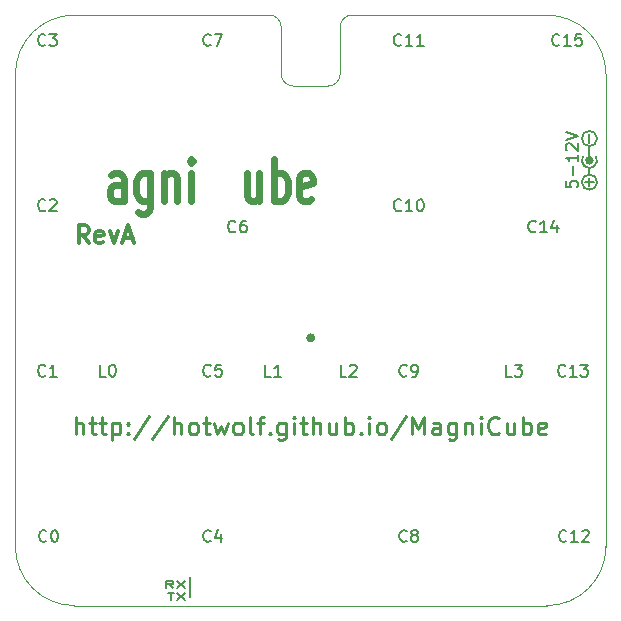
<source format=gto>
G04 (created by PCBNEW (2013-07-07 BZR 4022)-stable) date 5/17/2016 5:11:25 PM*
%MOIN*%
G04 Gerber Fmt 3.4, Leading zero omitted, Abs format*
%FSLAX34Y34*%
G01*
G70*
G90*
G04 APERTURE LIST*
%ADD10C,0.00393701*%
%ADD11C,0.00787402*%
%ADD12C,0.00590551*%
%ADD13C,0.00984252*%
%ADD14C,0.011811*%
%ADD15C,0.0246063*%
G04 APERTURE END LIST*
G54D10*
G54D11*
X65376Y-32484D02*
X65358Y-32502D01*
X65301Y-32521D01*
X65264Y-32521D01*
X65208Y-32502D01*
X65170Y-32465D01*
X65151Y-32427D01*
X65133Y-32352D01*
X65133Y-32296D01*
X65151Y-32221D01*
X65170Y-32184D01*
X65208Y-32146D01*
X65264Y-32127D01*
X65301Y-32127D01*
X65358Y-32146D01*
X65376Y-32165D01*
X65751Y-32521D02*
X65526Y-32521D01*
X65639Y-32521D02*
X65639Y-32127D01*
X65601Y-32184D01*
X65564Y-32221D01*
X65526Y-32240D01*
X66107Y-32127D02*
X65920Y-32127D01*
X65901Y-32315D01*
X65920Y-32296D01*
X65958Y-32277D01*
X66051Y-32277D01*
X66089Y-32296D01*
X66107Y-32315D01*
X66126Y-32352D01*
X66126Y-32446D01*
X66107Y-32484D01*
X66089Y-32502D01*
X66051Y-32521D01*
X65958Y-32521D01*
X65920Y-32502D01*
X65901Y-32484D01*
X60101Y-32484D02*
X60082Y-32502D01*
X60026Y-32521D01*
X59988Y-32521D01*
X59932Y-32502D01*
X59895Y-32465D01*
X59876Y-32427D01*
X59857Y-32352D01*
X59857Y-32296D01*
X59876Y-32221D01*
X59895Y-32184D01*
X59932Y-32146D01*
X59988Y-32127D01*
X60026Y-32127D01*
X60082Y-32146D01*
X60101Y-32165D01*
X60476Y-32521D02*
X60251Y-32521D01*
X60363Y-32521D02*
X60363Y-32127D01*
X60326Y-32184D01*
X60288Y-32221D01*
X60251Y-32240D01*
X60851Y-32521D02*
X60626Y-32521D01*
X60738Y-32521D02*
X60738Y-32127D01*
X60701Y-32184D01*
X60663Y-32221D01*
X60626Y-32240D01*
X60101Y-37995D02*
X60082Y-38014D01*
X60026Y-38033D01*
X59988Y-38033D01*
X59932Y-38014D01*
X59895Y-37977D01*
X59876Y-37939D01*
X59857Y-37864D01*
X59857Y-37808D01*
X59876Y-37733D01*
X59895Y-37695D01*
X59932Y-37658D01*
X59988Y-37639D01*
X60026Y-37639D01*
X60082Y-37658D01*
X60101Y-37677D01*
X60476Y-38033D02*
X60251Y-38033D01*
X60363Y-38033D02*
X60363Y-37639D01*
X60326Y-37695D01*
X60288Y-37733D01*
X60251Y-37752D01*
X60719Y-37639D02*
X60757Y-37639D01*
X60794Y-37658D01*
X60813Y-37677D01*
X60832Y-37714D01*
X60851Y-37789D01*
X60851Y-37883D01*
X60832Y-37958D01*
X60813Y-37995D01*
X60794Y-38014D01*
X60757Y-38033D01*
X60719Y-38033D01*
X60682Y-38014D01*
X60663Y-37995D01*
X60644Y-37958D01*
X60626Y-37883D01*
X60626Y-37789D01*
X60644Y-37714D01*
X60663Y-37677D01*
X60682Y-37658D01*
X60719Y-37639D01*
X54580Y-38704D02*
X54561Y-38723D01*
X54505Y-38742D01*
X54467Y-38742D01*
X54411Y-38723D01*
X54373Y-38685D01*
X54355Y-38648D01*
X54336Y-38573D01*
X54336Y-38517D01*
X54355Y-38442D01*
X54373Y-38404D01*
X54411Y-38367D01*
X54467Y-38348D01*
X54505Y-38348D01*
X54561Y-38367D01*
X54580Y-38385D01*
X54917Y-38348D02*
X54842Y-38348D01*
X54805Y-38367D01*
X54786Y-38385D01*
X54748Y-38442D01*
X54730Y-38517D01*
X54730Y-38667D01*
X54748Y-38704D01*
X54767Y-38723D01*
X54805Y-38742D01*
X54880Y-38742D01*
X54917Y-38723D01*
X54936Y-38704D01*
X54955Y-38667D01*
X54955Y-38573D01*
X54936Y-38535D01*
X54917Y-38517D01*
X54880Y-38498D01*
X54805Y-38498D01*
X54767Y-38517D01*
X54748Y-38535D01*
X54730Y-38573D01*
X64589Y-38704D02*
X64570Y-38723D01*
X64514Y-38742D01*
X64476Y-38742D01*
X64420Y-38723D01*
X64383Y-38685D01*
X64364Y-38648D01*
X64345Y-38573D01*
X64345Y-38517D01*
X64364Y-38442D01*
X64383Y-38404D01*
X64420Y-38367D01*
X64476Y-38348D01*
X64514Y-38348D01*
X64570Y-38367D01*
X64589Y-38385D01*
X64964Y-38742D02*
X64739Y-38742D01*
X64851Y-38742D02*
X64851Y-38348D01*
X64814Y-38404D01*
X64776Y-38442D01*
X64739Y-38460D01*
X65301Y-38479D02*
X65301Y-38742D01*
X65208Y-38329D02*
X65114Y-38610D01*
X65358Y-38610D01*
X65613Y-49019D02*
X65594Y-49038D01*
X65538Y-49056D01*
X65500Y-49056D01*
X65444Y-49038D01*
X65406Y-49000D01*
X65388Y-48963D01*
X65369Y-48888D01*
X65369Y-48832D01*
X65388Y-48757D01*
X65406Y-48719D01*
X65444Y-48682D01*
X65500Y-48663D01*
X65538Y-48663D01*
X65594Y-48682D01*
X65613Y-48700D01*
X65988Y-49056D02*
X65763Y-49056D01*
X65875Y-49056D02*
X65875Y-48663D01*
X65838Y-48719D01*
X65800Y-48757D01*
X65763Y-48775D01*
X66137Y-48700D02*
X66156Y-48682D01*
X66194Y-48663D01*
X66287Y-48663D01*
X66325Y-48682D01*
X66344Y-48700D01*
X66362Y-48738D01*
X66362Y-48775D01*
X66344Y-48832D01*
X66119Y-49056D01*
X66362Y-49056D01*
X60288Y-49019D02*
X60269Y-49038D01*
X60213Y-49056D01*
X60176Y-49056D01*
X60119Y-49038D01*
X60082Y-49000D01*
X60063Y-48963D01*
X60044Y-48888D01*
X60044Y-48832D01*
X60063Y-48757D01*
X60082Y-48719D01*
X60119Y-48682D01*
X60176Y-48663D01*
X60213Y-48663D01*
X60269Y-48682D01*
X60288Y-48700D01*
X60513Y-48832D02*
X60476Y-48813D01*
X60457Y-48794D01*
X60438Y-48757D01*
X60438Y-48738D01*
X60457Y-48700D01*
X60476Y-48682D01*
X60513Y-48663D01*
X60588Y-48663D01*
X60626Y-48682D01*
X60644Y-48700D01*
X60663Y-48738D01*
X60663Y-48757D01*
X60644Y-48794D01*
X60626Y-48813D01*
X60588Y-48832D01*
X60513Y-48832D01*
X60476Y-48850D01*
X60457Y-48869D01*
X60438Y-48907D01*
X60438Y-48982D01*
X60457Y-49019D01*
X60476Y-49038D01*
X60513Y-49056D01*
X60588Y-49056D01*
X60626Y-49038D01*
X60644Y-49019D01*
X60663Y-48982D01*
X60663Y-48907D01*
X60644Y-48869D01*
X60626Y-48850D01*
X60588Y-48832D01*
X58280Y-43545D02*
X58093Y-43545D01*
X58093Y-43151D01*
X58393Y-43188D02*
X58412Y-43170D01*
X58449Y-43151D01*
X58543Y-43151D01*
X58580Y-43170D01*
X58599Y-43188D01*
X58618Y-43226D01*
X58618Y-43263D01*
X58599Y-43320D01*
X58374Y-43545D01*
X58618Y-43545D01*
X60288Y-43507D02*
X60269Y-43526D01*
X60213Y-43545D01*
X60176Y-43545D01*
X60119Y-43526D01*
X60082Y-43488D01*
X60063Y-43451D01*
X60044Y-43376D01*
X60044Y-43320D01*
X60063Y-43245D01*
X60082Y-43207D01*
X60119Y-43170D01*
X60176Y-43151D01*
X60213Y-43151D01*
X60269Y-43170D01*
X60288Y-43188D01*
X60476Y-43545D02*
X60551Y-43545D01*
X60588Y-43526D01*
X60607Y-43507D01*
X60644Y-43451D01*
X60663Y-43376D01*
X60663Y-43226D01*
X60644Y-43188D01*
X60626Y-43170D01*
X60588Y-43151D01*
X60513Y-43151D01*
X60476Y-43170D01*
X60457Y-43188D01*
X60438Y-43226D01*
X60438Y-43320D01*
X60457Y-43357D01*
X60476Y-43376D01*
X60513Y-43395D01*
X60588Y-43395D01*
X60626Y-43376D01*
X60644Y-43357D01*
X60663Y-43320D01*
X63792Y-43545D02*
X63605Y-43545D01*
X63605Y-43151D01*
X63886Y-43151D02*
X64130Y-43151D01*
X63998Y-43301D01*
X64055Y-43301D01*
X64092Y-43320D01*
X64111Y-43338D01*
X64130Y-43376D01*
X64130Y-43470D01*
X64111Y-43507D01*
X64092Y-43526D01*
X64055Y-43545D01*
X63942Y-43545D01*
X63905Y-43526D01*
X63886Y-43507D01*
X65573Y-43507D02*
X65554Y-43526D01*
X65498Y-43545D01*
X65461Y-43545D01*
X65404Y-43526D01*
X65367Y-43488D01*
X65348Y-43451D01*
X65329Y-43376D01*
X65329Y-43320D01*
X65348Y-43245D01*
X65367Y-43207D01*
X65404Y-43170D01*
X65461Y-43151D01*
X65498Y-43151D01*
X65554Y-43170D01*
X65573Y-43188D01*
X65948Y-43545D02*
X65723Y-43545D01*
X65836Y-43545D02*
X65836Y-43151D01*
X65798Y-43207D01*
X65761Y-43245D01*
X65723Y-43263D01*
X66079Y-43151D02*
X66323Y-43151D01*
X66192Y-43301D01*
X66248Y-43301D01*
X66286Y-43320D01*
X66304Y-43338D01*
X66323Y-43376D01*
X66323Y-43470D01*
X66304Y-43507D01*
X66286Y-43526D01*
X66248Y-43545D01*
X66136Y-43545D01*
X66098Y-43526D01*
X66079Y-43507D01*
X53753Y-49019D02*
X53734Y-49038D01*
X53678Y-49056D01*
X53640Y-49056D01*
X53584Y-49038D01*
X53547Y-49000D01*
X53528Y-48963D01*
X53509Y-48888D01*
X53509Y-48832D01*
X53528Y-48757D01*
X53547Y-48719D01*
X53584Y-48682D01*
X53640Y-48663D01*
X53678Y-48663D01*
X53734Y-48682D01*
X53753Y-48700D01*
X54090Y-48794D02*
X54090Y-49056D01*
X53997Y-48644D02*
X53903Y-48925D01*
X54146Y-48925D01*
X55761Y-43545D02*
X55573Y-43545D01*
X55573Y-43151D01*
X56098Y-43545D02*
X55873Y-43545D01*
X55986Y-43545D02*
X55986Y-43151D01*
X55948Y-43207D01*
X55911Y-43245D01*
X55873Y-43263D01*
X53753Y-43507D02*
X53734Y-43526D01*
X53678Y-43545D01*
X53640Y-43545D01*
X53584Y-43526D01*
X53547Y-43488D01*
X53528Y-43451D01*
X53509Y-43376D01*
X53509Y-43320D01*
X53528Y-43245D01*
X53547Y-43207D01*
X53584Y-43170D01*
X53640Y-43151D01*
X53678Y-43151D01*
X53734Y-43170D01*
X53753Y-43188D01*
X54109Y-43151D02*
X53922Y-43151D01*
X53903Y-43338D01*
X53922Y-43320D01*
X53959Y-43301D01*
X54053Y-43301D01*
X54090Y-43320D01*
X54109Y-43338D01*
X54128Y-43376D01*
X54128Y-43470D01*
X54109Y-43507D01*
X54090Y-43526D01*
X54053Y-43545D01*
X53959Y-43545D01*
X53922Y-43526D01*
X53903Y-43507D01*
X53753Y-32484D02*
X53734Y-32502D01*
X53678Y-32521D01*
X53640Y-32521D01*
X53584Y-32502D01*
X53547Y-32465D01*
X53528Y-32427D01*
X53509Y-32352D01*
X53509Y-32296D01*
X53528Y-32221D01*
X53547Y-32184D01*
X53584Y-32146D01*
X53640Y-32127D01*
X53678Y-32127D01*
X53734Y-32146D01*
X53753Y-32165D01*
X53884Y-32127D02*
X54146Y-32127D01*
X53978Y-32521D01*
X48280Y-49019D02*
X48262Y-49038D01*
X48205Y-49056D01*
X48168Y-49056D01*
X48112Y-49038D01*
X48074Y-49000D01*
X48055Y-48963D01*
X48037Y-48888D01*
X48037Y-48832D01*
X48055Y-48757D01*
X48074Y-48719D01*
X48112Y-48682D01*
X48168Y-48663D01*
X48205Y-48663D01*
X48262Y-48682D01*
X48280Y-48700D01*
X48524Y-48663D02*
X48562Y-48663D01*
X48599Y-48682D01*
X48618Y-48700D01*
X48637Y-48738D01*
X48655Y-48813D01*
X48655Y-48907D01*
X48637Y-48982D01*
X48618Y-49019D01*
X48599Y-49038D01*
X48562Y-49056D01*
X48524Y-49056D01*
X48487Y-49038D01*
X48468Y-49019D01*
X48449Y-48982D01*
X48430Y-48907D01*
X48430Y-48813D01*
X48449Y-48738D01*
X48468Y-48700D01*
X48487Y-48682D01*
X48524Y-48663D01*
X50249Y-43545D02*
X50061Y-43545D01*
X50061Y-43151D01*
X50455Y-43151D02*
X50493Y-43151D01*
X50530Y-43170D01*
X50549Y-43188D01*
X50568Y-43226D01*
X50586Y-43301D01*
X50586Y-43395D01*
X50568Y-43470D01*
X50549Y-43507D01*
X50530Y-43526D01*
X50493Y-43545D01*
X50455Y-43545D01*
X50418Y-43526D01*
X50399Y-43507D01*
X50380Y-43470D01*
X50361Y-43395D01*
X50361Y-43301D01*
X50380Y-43226D01*
X50399Y-43188D01*
X50418Y-43170D01*
X50455Y-43151D01*
X48241Y-43507D02*
X48222Y-43526D01*
X48166Y-43545D01*
X48128Y-43545D01*
X48072Y-43526D01*
X48035Y-43488D01*
X48016Y-43451D01*
X47997Y-43376D01*
X47997Y-43320D01*
X48016Y-43245D01*
X48035Y-43207D01*
X48072Y-43170D01*
X48128Y-43151D01*
X48166Y-43151D01*
X48222Y-43170D01*
X48241Y-43188D01*
X48616Y-43545D02*
X48391Y-43545D01*
X48503Y-43545D02*
X48503Y-43151D01*
X48466Y-43207D01*
X48428Y-43245D01*
X48391Y-43263D01*
X48241Y-37995D02*
X48222Y-38014D01*
X48166Y-38033D01*
X48128Y-38033D01*
X48072Y-38014D01*
X48035Y-37977D01*
X48016Y-37939D01*
X47997Y-37864D01*
X47997Y-37808D01*
X48016Y-37733D01*
X48035Y-37695D01*
X48072Y-37658D01*
X48128Y-37639D01*
X48166Y-37639D01*
X48222Y-37658D01*
X48241Y-37677D01*
X48391Y-37677D02*
X48410Y-37658D01*
X48447Y-37639D01*
X48541Y-37639D01*
X48578Y-37658D01*
X48597Y-37677D01*
X48616Y-37714D01*
X48616Y-37752D01*
X48597Y-37808D01*
X48372Y-38033D01*
X48616Y-38033D01*
X48241Y-32484D02*
X48222Y-32502D01*
X48166Y-32521D01*
X48128Y-32521D01*
X48072Y-32502D01*
X48035Y-32465D01*
X48016Y-32427D01*
X47997Y-32352D01*
X47997Y-32296D01*
X48016Y-32221D01*
X48035Y-32184D01*
X48072Y-32146D01*
X48128Y-32127D01*
X48166Y-32127D01*
X48222Y-32146D01*
X48241Y-32165D01*
X48372Y-32127D02*
X48616Y-32127D01*
X48485Y-32277D01*
X48541Y-32277D01*
X48578Y-32296D01*
X48597Y-32315D01*
X48616Y-32352D01*
X48616Y-32446D01*
X48597Y-32484D01*
X48578Y-32502D01*
X48541Y-32521D01*
X48428Y-32521D01*
X48391Y-32502D01*
X48372Y-32484D01*
G54D12*
X52315Y-50745D02*
X52540Y-50745D01*
X52427Y-50981D02*
X52427Y-50745D01*
X52634Y-50745D02*
X52896Y-50981D01*
X52896Y-50745D02*
X52634Y-50981D01*
X52502Y-50587D02*
X52371Y-50475D01*
X52277Y-50587D02*
X52277Y-50351D01*
X52427Y-50351D01*
X52465Y-50362D01*
X52484Y-50374D01*
X52502Y-50396D01*
X52502Y-50430D01*
X52484Y-50452D01*
X52465Y-50464D01*
X52427Y-50475D01*
X52277Y-50475D01*
X52634Y-50351D02*
X52896Y-50587D01*
X52896Y-50351D02*
X52634Y-50587D01*
G54D13*
X49254Y-45475D02*
X49254Y-44884D01*
X49507Y-45475D02*
X49507Y-45165D01*
X49479Y-45109D01*
X49423Y-45081D01*
X49339Y-45081D01*
X49282Y-45109D01*
X49254Y-45137D01*
X49704Y-45081D02*
X49929Y-45081D01*
X49789Y-44884D02*
X49789Y-45390D01*
X49817Y-45447D01*
X49873Y-45475D01*
X49929Y-45475D01*
X50042Y-45081D02*
X50267Y-45081D01*
X50126Y-44884D02*
X50126Y-45390D01*
X50154Y-45447D01*
X50210Y-45475D01*
X50267Y-45475D01*
X50464Y-45081D02*
X50464Y-45672D01*
X50464Y-45109D02*
X50520Y-45081D01*
X50632Y-45081D01*
X50688Y-45109D01*
X50717Y-45137D01*
X50745Y-45194D01*
X50745Y-45362D01*
X50717Y-45419D01*
X50688Y-45447D01*
X50632Y-45475D01*
X50520Y-45475D01*
X50464Y-45447D01*
X50998Y-45419D02*
X51026Y-45447D01*
X50998Y-45475D01*
X50970Y-45447D01*
X50998Y-45419D01*
X50998Y-45475D01*
X50998Y-45109D02*
X51026Y-45137D01*
X50998Y-45165D01*
X50970Y-45137D01*
X50998Y-45109D01*
X50998Y-45165D01*
X51701Y-44856D02*
X51195Y-45615D01*
X52320Y-44856D02*
X51813Y-45615D01*
X52516Y-45475D02*
X52516Y-44884D01*
X52769Y-45475D02*
X52769Y-45165D01*
X52741Y-45109D01*
X52685Y-45081D01*
X52601Y-45081D01*
X52544Y-45109D01*
X52516Y-45137D01*
X53135Y-45475D02*
X53079Y-45447D01*
X53051Y-45419D01*
X53023Y-45362D01*
X53023Y-45194D01*
X53051Y-45137D01*
X53079Y-45109D01*
X53135Y-45081D01*
X53219Y-45081D01*
X53276Y-45109D01*
X53304Y-45137D01*
X53332Y-45194D01*
X53332Y-45362D01*
X53304Y-45419D01*
X53276Y-45447D01*
X53219Y-45475D01*
X53135Y-45475D01*
X53501Y-45081D02*
X53726Y-45081D01*
X53585Y-44884D02*
X53585Y-45390D01*
X53613Y-45447D01*
X53669Y-45475D01*
X53726Y-45475D01*
X53866Y-45081D02*
X53979Y-45475D01*
X54091Y-45194D01*
X54204Y-45475D01*
X54316Y-45081D01*
X54625Y-45475D02*
X54569Y-45447D01*
X54541Y-45419D01*
X54513Y-45362D01*
X54513Y-45194D01*
X54541Y-45137D01*
X54569Y-45109D01*
X54625Y-45081D01*
X54710Y-45081D01*
X54766Y-45109D01*
X54794Y-45137D01*
X54822Y-45194D01*
X54822Y-45362D01*
X54794Y-45419D01*
X54766Y-45447D01*
X54710Y-45475D01*
X54625Y-45475D01*
X55160Y-45475D02*
X55104Y-45447D01*
X55075Y-45390D01*
X55075Y-44884D01*
X55300Y-45081D02*
X55525Y-45081D01*
X55385Y-45475D02*
X55385Y-44969D01*
X55413Y-44912D01*
X55469Y-44884D01*
X55525Y-44884D01*
X55722Y-45419D02*
X55750Y-45447D01*
X55722Y-45475D01*
X55694Y-45447D01*
X55722Y-45419D01*
X55722Y-45475D01*
X56257Y-45081D02*
X56257Y-45559D01*
X56228Y-45615D01*
X56200Y-45643D01*
X56144Y-45672D01*
X56060Y-45672D01*
X56003Y-45643D01*
X56257Y-45447D02*
X56200Y-45475D01*
X56088Y-45475D01*
X56032Y-45447D01*
X56003Y-45419D01*
X55975Y-45362D01*
X55975Y-45194D01*
X56003Y-45137D01*
X56032Y-45109D01*
X56088Y-45081D01*
X56200Y-45081D01*
X56257Y-45109D01*
X56538Y-45475D02*
X56538Y-45081D01*
X56538Y-44884D02*
X56510Y-44912D01*
X56538Y-44940D01*
X56566Y-44912D01*
X56538Y-44884D01*
X56538Y-44940D01*
X56735Y-45081D02*
X56960Y-45081D01*
X56819Y-44884D02*
X56819Y-45390D01*
X56847Y-45447D01*
X56903Y-45475D01*
X56960Y-45475D01*
X57156Y-45475D02*
X57156Y-44884D01*
X57410Y-45475D02*
X57410Y-45165D01*
X57381Y-45109D01*
X57325Y-45081D01*
X57241Y-45081D01*
X57185Y-45109D01*
X57156Y-45137D01*
X57944Y-45081D02*
X57944Y-45475D01*
X57691Y-45081D02*
X57691Y-45390D01*
X57719Y-45447D01*
X57775Y-45475D01*
X57859Y-45475D01*
X57916Y-45447D01*
X57944Y-45419D01*
X58225Y-45475D02*
X58225Y-44884D01*
X58225Y-45109D02*
X58281Y-45081D01*
X58394Y-45081D01*
X58450Y-45109D01*
X58478Y-45137D01*
X58506Y-45194D01*
X58506Y-45362D01*
X58478Y-45419D01*
X58450Y-45447D01*
X58394Y-45475D01*
X58281Y-45475D01*
X58225Y-45447D01*
X58759Y-45419D02*
X58787Y-45447D01*
X58759Y-45475D01*
X58731Y-45447D01*
X58759Y-45419D01*
X58759Y-45475D01*
X59041Y-45475D02*
X59041Y-45081D01*
X59041Y-44884D02*
X59012Y-44912D01*
X59041Y-44940D01*
X59069Y-44912D01*
X59041Y-44884D01*
X59041Y-44940D01*
X59406Y-45475D02*
X59350Y-45447D01*
X59322Y-45419D01*
X59294Y-45362D01*
X59294Y-45194D01*
X59322Y-45137D01*
X59350Y-45109D01*
X59406Y-45081D01*
X59491Y-45081D01*
X59547Y-45109D01*
X59575Y-45137D01*
X59603Y-45194D01*
X59603Y-45362D01*
X59575Y-45419D01*
X59547Y-45447D01*
X59491Y-45475D01*
X59406Y-45475D01*
X60278Y-44856D02*
X59772Y-45615D01*
X60475Y-45475D02*
X60475Y-44884D01*
X60672Y-45306D01*
X60868Y-44884D01*
X60868Y-45475D01*
X61403Y-45475D02*
X61403Y-45165D01*
X61375Y-45109D01*
X61318Y-45081D01*
X61206Y-45081D01*
X61150Y-45109D01*
X61403Y-45447D02*
X61347Y-45475D01*
X61206Y-45475D01*
X61150Y-45447D01*
X61122Y-45390D01*
X61122Y-45334D01*
X61150Y-45278D01*
X61206Y-45250D01*
X61347Y-45250D01*
X61403Y-45222D01*
X61937Y-45081D02*
X61937Y-45559D01*
X61909Y-45615D01*
X61881Y-45643D01*
X61825Y-45672D01*
X61740Y-45672D01*
X61684Y-45643D01*
X61937Y-45447D02*
X61881Y-45475D01*
X61768Y-45475D01*
X61712Y-45447D01*
X61684Y-45419D01*
X61656Y-45362D01*
X61656Y-45194D01*
X61684Y-45137D01*
X61712Y-45109D01*
X61768Y-45081D01*
X61881Y-45081D01*
X61937Y-45109D01*
X62218Y-45081D02*
X62218Y-45475D01*
X62218Y-45137D02*
X62246Y-45109D01*
X62303Y-45081D01*
X62387Y-45081D01*
X62443Y-45109D01*
X62471Y-45165D01*
X62471Y-45475D01*
X62753Y-45475D02*
X62753Y-45081D01*
X62753Y-44884D02*
X62724Y-44912D01*
X62753Y-44940D01*
X62781Y-44912D01*
X62753Y-44884D01*
X62753Y-44940D01*
X63371Y-45419D02*
X63343Y-45447D01*
X63259Y-45475D01*
X63203Y-45475D01*
X63118Y-45447D01*
X63062Y-45390D01*
X63034Y-45334D01*
X63006Y-45222D01*
X63006Y-45137D01*
X63034Y-45025D01*
X63062Y-44969D01*
X63118Y-44912D01*
X63203Y-44884D01*
X63259Y-44884D01*
X63343Y-44912D01*
X63371Y-44940D01*
X63877Y-45081D02*
X63877Y-45475D01*
X63624Y-45081D02*
X63624Y-45390D01*
X63652Y-45447D01*
X63709Y-45475D01*
X63793Y-45475D01*
X63849Y-45447D01*
X63877Y-45419D01*
X64159Y-45475D02*
X64159Y-44884D01*
X64159Y-45109D02*
X64215Y-45081D01*
X64327Y-45081D01*
X64384Y-45109D01*
X64412Y-45137D01*
X64440Y-45194D01*
X64440Y-45362D01*
X64412Y-45419D01*
X64384Y-45447D01*
X64327Y-45475D01*
X64215Y-45475D01*
X64159Y-45447D01*
X64918Y-45447D02*
X64862Y-45475D01*
X64749Y-45475D01*
X64693Y-45447D01*
X64665Y-45390D01*
X64665Y-45165D01*
X64693Y-45109D01*
X64749Y-45081D01*
X64862Y-45081D01*
X64918Y-45109D01*
X64946Y-45165D01*
X64946Y-45222D01*
X64665Y-45278D01*
G54D14*
X49687Y-39097D02*
X49491Y-38816D01*
X49350Y-39097D02*
X49350Y-38506D01*
X49575Y-38506D01*
X49631Y-38534D01*
X49659Y-38562D01*
X49687Y-38619D01*
X49687Y-38703D01*
X49659Y-38759D01*
X49631Y-38787D01*
X49575Y-38816D01*
X49350Y-38816D01*
X50165Y-39069D02*
X50109Y-39097D01*
X49997Y-39097D01*
X49940Y-39069D01*
X49912Y-39012D01*
X49912Y-38787D01*
X49940Y-38731D01*
X49997Y-38703D01*
X50109Y-38703D01*
X50165Y-38731D01*
X50194Y-38787D01*
X50194Y-38844D01*
X49912Y-38900D01*
X50390Y-38703D02*
X50531Y-39097D01*
X50672Y-38703D01*
X50868Y-38928D02*
X51150Y-38928D01*
X50812Y-39097D02*
X51009Y-38506D01*
X51206Y-39097D01*
G54D12*
X65592Y-37032D02*
X65592Y-37219D01*
X65779Y-37238D01*
X65761Y-37219D01*
X65742Y-37182D01*
X65742Y-37088D01*
X65761Y-37050D01*
X65779Y-37032D01*
X65817Y-37013D01*
X65911Y-37013D01*
X65948Y-37032D01*
X65967Y-37050D01*
X65986Y-37088D01*
X65986Y-37182D01*
X65967Y-37219D01*
X65948Y-37238D01*
X65836Y-36844D02*
X65836Y-36544D01*
X65986Y-36151D02*
X65986Y-36376D01*
X65986Y-36263D02*
X65592Y-36263D01*
X65648Y-36301D01*
X65686Y-36338D01*
X65704Y-36376D01*
X65629Y-36001D02*
X65611Y-35982D01*
X65592Y-35944D01*
X65592Y-35851D01*
X65611Y-35813D01*
X65629Y-35794D01*
X65667Y-35776D01*
X65704Y-35776D01*
X65761Y-35794D01*
X65986Y-36019D01*
X65986Y-35776D01*
X65592Y-35663D02*
X65986Y-35532D01*
X65592Y-35401D01*
G54D15*
X55380Y-36765D02*
X55380Y-37683D01*
X54958Y-36765D02*
X54958Y-37486D01*
X55005Y-37618D01*
X55099Y-37683D01*
X55239Y-37683D01*
X55333Y-37618D01*
X55380Y-37552D01*
X55849Y-37683D02*
X55849Y-36305D01*
X55849Y-36830D02*
X55943Y-36765D01*
X56130Y-36765D01*
X56224Y-36830D01*
X56271Y-36896D01*
X56317Y-37027D01*
X56317Y-37421D01*
X56271Y-37552D01*
X56224Y-37618D01*
X56130Y-37683D01*
X55943Y-37683D01*
X55849Y-37618D01*
X57114Y-37618D02*
X57020Y-37683D01*
X56833Y-37683D01*
X56739Y-37618D01*
X56692Y-37486D01*
X56692Y-36961D01*
X56739Y-36830D01*
X56833Y-36765D01*
X57020Y-36765D01*
X57114Y-36830D01*
X57161Y-36961D01*
X57161Y-37093D01*
X56692Y-37224D01*
X50853Y-37683D02*
X50853Y-36961D01*
X50806Y-36830D01*
X50712Y-36765D01*
X50524Y-36765D01*
X50431Y-36830D01*
X50853Y-37618D02*
X50759Y-37683D01*
X50524Y-37683D01*
X50431Y-37618D01*
X50384Y-37486D01*
X50384Y-37355D01*
X50431Y-37224D01*
X50524Y-37158D01*
X50759Y-37158D01*
X50853Y-37093D01*
X51743Y-36765D02*
X51743Y-37880D01*
X51696Y-38011D01*
X51649Y-38077D01*
X51556Y-38143D01*
X51415Y-38143D01*
X51321Y-38077D01*
X51743Y-37618D02*
X51649Y-37683D01*
X51462Y-37683D01*
X51368Y-37618D01*
X51321Y-37552D01*
X51274Y-37421D01*
X51274Y-37027D01*
X51321Y-36896D01*
X51368Y-36830D01*
X51462Y-36765D01*
X51649Y-36765D01*
X51743Y-36830D01*
X52212Y-36765D02*
X52212Y-37683D01*
X52212Y-36896D02*
X52259Y-36830D01*
X52352Y-36765D01*
X52493Y-36765D01*
X52587Y-36830D01*
X52634Y-36961D01*
X52634Y-37683D01*
X53102Y-37683D02*
X53102Y-36765D01*
X53102Y-36305D02*
X53055Y-36371D01*
X53102Y-36437D01*
X53149Y-36371D01*
X53102Y-36305D01*
X53102Y-36437D01*
G54D10*
X49212Y-31496D02*
G75*
G03X47244Y-33464I0J-1968D01*
G74*
G01*
X56102Y-31889D02*
G75*
G03X55708Y-31496I-393J0D01*
G74*
G01*
X56102Y-33464D02*
G75*
G03X56496Y-33858I393J0D01*
G74*
G01*
X57677Y-33858D02*
G75*
G03X58070Y-33464I0J393D01*
G74*
G01*
X58464Y-31496D02*
G75*
G03X58070Y-31889I0J-393D01*
G74*
G01*
X66929Y-33464D02*
G75*
G03X64960Y-31496I-1968J0D01*
G74*
G01*
X64960Y-51181D02*
G75*
G03X66929Y-49212I0J1968D01*
G74*
G01*
X47244Y-49212D02*
G75*
G03X49212Y-51181I1968J0D01*
G74*
G01*
X49212Y-31496D02*
X55708Y-31496D01*
X56102Y-31889D02*
X56102Y-33464D01*
X56496Y-33858D02*
X57677Y-33858D01*
X58070Y-33464D02*
X58070Y-31889D01*
X58464Y-31496D02*
X64960Y-31496D01*
X66929Y-33464D02*
X66929Y-49212D01*
X64960Y-51181D02*
X49212Y-51181D01*
X47244Y-49212D02*
X47244Y-33464D01*
G54D11*
X57204Y-42258D02*
G75*
G03X57204Y-42258I-118J0D01*
G74*
G01*
X57125Y-42258D02*
G75*
G03X57125Y-42258I-39J0D01*
G74*
G01*
X57165Y-42258D02*
G75*
G03X57165Y-42258I-78J0D01*
G74*
G01*
X53070Y-50885D02*
X53070Y-50216D01*
G54D12*
X66515Y-37066D02*
X66240Y-37066D01*
X66377Y-35748D02*
X66377Y-35472D01*
X66377Y-37204D02*
X66377Y-36929D01*
X66515Y-36555D02*
G75*
G03X66594Y-36200I-137J216D01*
G74*
G01*
X66161Y-36200D02*
G75*
G03X66240Y-36555I216J-137D01*
G74*
G01*
G54D14*
X66456Y-36338D02*
G75*
G03X66456Y-36338I-78J0D01*
G74*
G01*
X66417Y-36338D02*
G75*
G03X66417Y-36338I-39J0D01*
G74*
G01*
G54D12*
X66377Y-35866D02*
X66377Y-36220D01*
X66633Y-35610D02*
G75*
G03X66633Y-35610I-255J0D01*
G74*
G01*
X66633Y-37066D02*
G75*
G03X66633Y-37066I-255J0D01*
G74*
G01*
X66377Y-36594D02*
X66377Y-36811D01*
X66377Y-36594D02*
G75*
G03X66633Y-36338I0J255D01*
G74*
G01*
X66122Y-36338D02*
G75*
G03X66377Y-36594I255J0D01*
G74*
G01*
M02*

</source>
